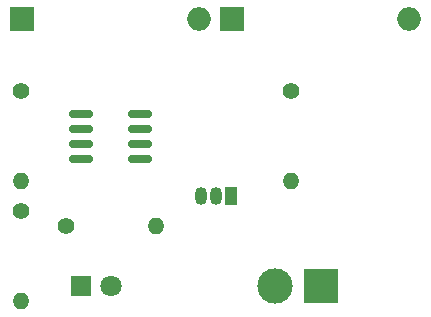
<source format=gbr>
%TF.GenerationSoftware,KiCad,Pcbnew,(6.0.4)*%
%TF.CreationDate,2022-06-10T14:34:12+05:30*%
%TF.ProjectId,saran batch,73617261-6e20-4626-9174-63682e6b6963,rev?*%
%TF.SameCoordinates,Original*%
%TF.FileFunction,Soldermask,Top*%
%TF.FilePolarity,Negative*%
%FSLAX46Y46*%
G04 Gerber Fmt 4.6, Leading zero omitted, Abs format (unit mm)*
G04 Created by KiCad (PCBNEW (6.0.4)) date 2022-06-10 14:34:12*
%MOMM*%
%LPD*%
G01*
G04 APERTURE LIST*
G04 Aperture macros list*
%AMRoundRect*
0 Rectangle with rounded corners*
0 $1 Rounding radius*
0 $2 $3 $4 $5 $6 $7 $8 $9 X,Y pos of 4 corners*
0 Add a 4 corners polygon primitive as box body*
4,1,4,$2,$3,$4,$5,$6,$7,$8,$9,$2,$3,0*
0 Add four circle primitives for the rounded corners*
1,1,$1+$1,$2,$3*
1,1,$1+$1,$4,$5*
1,1,$1+$1,$6,$7*
1,1,$1+$1,$8,$9*
0 Add four rect primitives between the rounded corners*
20,1,$1+$1,$2,$3,$4,$5,0*
20,1,$1+$1,$4,$5,$6,$7,0*
20,1,$1+$1,$6,$7,$8,$9,0*
20,1,$1+$1,$8,$9,$2,$3,0*%
G04 Aperture macros list end*
%ADD10RoundRect,0.150000X-0.825000X-0.150000X0.825000X-0.150000X0.825000X0.150000X-0.825000X0.150000X0*%
%ADD11C,1.400000*%
%ADD12O,1.400000X1.400000*%
%ADD13R,1.050000X1.500000*%
%ADD14O,1.050000X1.500000*%
%ADD15R,3.000000X3.000000*%
%ADD16C,3.000000*%
%ADD17R,1.800000X1.800000*%
%ADD18C,1.800000*%
%ADD19R,2.000000X2.000000*%
%ADD20O,2.000000X2.000000*%
G04 APERTURE END LIST*
D10*
%TO.C,U1*%
X134685000Y-89535000D03*
X134685000Y-90805000D03*
X134685000Y-92075000D03*
X134685000Y-93345000D03*
X139635000Y-93345000D03*
X139635000Y-92075000D03*
X139635000Y-90805000D03*
X139635000Y-89535000D03*
%TD*%
D11*
%TO.C,R4*%
X152400000Y-87630000D03*
D12*
X152400000Y-95250000D03*
%TD*%
D11*
%TO.C,R3*%
X133350000Y-99060000D03*
D12*
X140970000Y-99060000D03*
%TD*%
D11*
%TO.C,R2*%
X129540000Y-97790000D03*
D12*
X129540000Y-105410000D03*
%TD*%
D11*
%TO.C,R1*%
X129540000Y-87630000D03*
D12*
X129540000Y-95250000D03*
%TD*%
D13*
%TO.C,Q1*%
X147320000Y-96520000D03*
D14*
X146050000Y-96520000D03*
X144780000Y-96520000D03*
%TD*%
D15*
%TO.C,J1*%
X154940000Y-104140000D03*
D16*
X151060000Y-104140000D03*
%TD*%
D17*
%TO.C,D1*%
X134620000Y-104140000D03*
D18*
X137160000Y-104140000D03*
%TD*%
D19*
%TO.C,C3*%
X129660000Y-81522500D03*
D20*
X144660000Y-81522500D03*
%TD*%
D19*
%TO.C,C2*%
X147440000Y-81522500D03*
D20*
X162440000Y-81522500D03*
%TD*%
M02*

</source>
